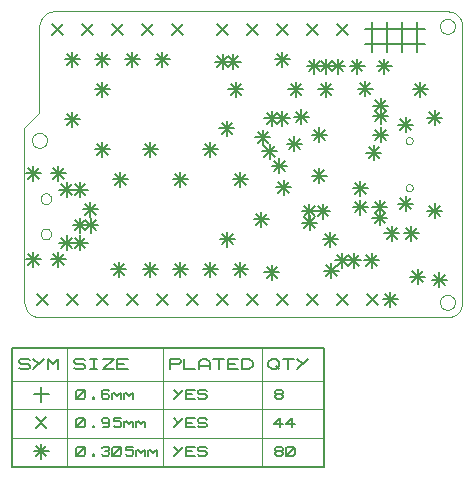
<source format=gbr>
G04 PROTEUS RS274X GERBER FILE*
%FSLAX45Y45*%
%MOMM*%
G01*
%ADD33C,0.127000*%
%ADD73C,0.025400*%
%ADD77C,0.063500*%
D33*
X+3075700Y+1541500D02*
X+3075700Y+1414500D01*
X+3012200Y+1478000D02*
X+3139200Y+1478000D01*
X+3030799Y+1522901D02*
X+3120601Y+1433099D01*
X+3030799Y+1433099D02*
X+3120601Y+1522901D01*
X+3320700Y+1601500D02*
X+3320700Y+1474500D01*
X+3257200Y+1538000D02*
X+3384200Y+1538000D01*
X+3275799Y+1582901D02*
X+3365601Y+1493099D01*
X+3275799Y+1493099D02*
X+3365601Y+1582901D01*
X+2806700Y+1304750D02*
X+2806700Y+1177750D01*
X+2743200Y+1241250D02*
X+2870200Y+1241250D01*
X+2761799Y+1286151D02*
X+2851601Y+1196349D01*
X+2761799Y+1196349D02*
X+2851601Y+1286151D01*
X+3075700Y+871500D02*
X+3075700Y+744500D01*
X+3012200Y+808000D02*
X+3139200Y+808000D01*
X+3030799Y+852901D02*
X+3120601Y+763099D01*
X+3030799Y+763099D02*
X+3120601Y+852901D01*
X+3320700Y+811500D02*
X+3320700Y+684500D01*
X+3257200Y+748000D02*
X+3384200Y+748000D01*
X+3275799Y+792901D02*
X+3365601Y+703099D01*
X+3275799Y+703099D02*
X+3365601Y+792901D01*
X+2692400Y+843300D02*
X+2692400Y+716300D01*
X+2628900Y+779800D02*
X+2755900Y+779800D01*
X+2647499Y+824701D02*
X+2737301Y+734899D01*
X+2647499Y+734899D02*
X+2737301Y+824701D01*
X+2857500Y+840300D02*
X+2857500Y+713300D01*
X+2794000Y+776800D02*
X+2921000Y+776800D01*
X+2812599Y+821701D02*
X+2902401Y+731899D01*
X+2812599Y+731899D02*
X+2902401Y+821701D01*
X+2857500Y+751400D02*
X+2857500Y+624400D01*
X+2794000Y+687900D02*
X+2921000Y+687900D01*
X+2812599Y+732801D02*
X+2902401Y+642999D01*
X+2812599Y+642999D02*
X+2902401Y+732801D01*
X+2692400Y+1003300D02*
X+2692400Y+876300D01*
X+2628900Y+939800D02*
X+2755900Y+939800D01*
X+2647499Y+984701D02*
X+2737301Y+894899D01*
X+2647499Y+894899D02*
X+2737301Y+984701D01*
X+2959100Y+620700D02*
X+2959100Y+493700D01*
X+2895600Y+557200D02*
X+3022600Y+557200D01*
X+2914199Y+602101D02*
X+3004001Y+512299D01*
X+2914199Y+512299D02*
X+3004001Y+602101D01*
X+3124200Y+620700D02*
X+3124200Y+493700D01*
X+3060700Y+557200D02*
X+3187700Y+557200D01*
X+3079299Y+602101D02*
X+3169101Y+512299D01*
X+3079299Y+512299D02*
X+3169101Y+602101D01*
X+3359150Y+227100D02*
X+3359150Y+100100D01*
X+3295650Y+163600D02*
X+3422650Y+163600D01*
X+3314249Y+208501D02*
X+3404051Y+118699D01*
X+3314249Y+118699D02*
X+3404051Y+208501D01*
X+2374800Y+809700D02*
X+2374800Y+682700D01*
X+2311300Y+746200D02*
X+2438300Y+746200D01*
X+2329899Y+791101D02*
X+2419701Y+701299D01*
X+2329899Y+701299D02*
X+2419701Y+791101D01*
X+2260500Y+809700D02*
X+2260500Y+682700D01*
X+2197000Y+746200D02*
X+2324000Y+746200D01*
X+2215599Y+791101D02*
X+2305401Y+701299D01*
X+2215599Y+701299D02*
X+2305401Y+791101D01*
X+2787650Y+393700D02*
X+2787650Y+266700D01*
X+2724150Y+330200D02*
X+2851150Y+330200D01*
X+2742749Y+375101D02*
X+2832551Y+285299D01*
X+2742749Y+285299D02*
X+2832551Y+375101D01*
X+2635250Y+393700D02*
X+2635250Y+266700D01*
X+2571750Y+330200D02*
X+2698750Y+330200D01*
X+2590349Y+375101D02*
X+2680151Y+285299D01*
X+2590349Y+285299D02*
X+2680151Y+375101D01*
X+2262075Y+712875D02*
X+2262075Y+585875D01*
X+2198575Y+649375D02*
X+2325575Y+649375D01*
X+2217174Y+694276D02*
X+2306976Y+604474D01*
X+2217174Y+604474D02*
X+2306976Y+694276D01*
X+2043000Y+1011500D02*
X+2043000Y+884500D01*
X+1979500Y+948000D02*
X+2106500Y+948000D01*
X+1998099Y+992901D02*
X+2087901Y+903099D01*
X+1998099Y+903099D02*
X+2087901Y+992901D01*
X+3177450Y+255350D02*
X+3177450Y+128350D01*
X+3113950Y+191850D02*
X+3240950Y+191850D01*
X+3132549Y+236751D02*
X+3222351Y+146949D01*
X+3132549Y+146949D02*
X+3222351Y+236751D01*
X+2444750Y+304800D02*
X+2444750Y+177800D01*
X+2381250Y+241300D02*
X+2508250Y+241300D01*
X+2399849Y+286201D02*
X+2489651Y+196399D01*
X+2399849Y+196399D02*
X+2489651Y+286201D01*
X+1564550Y+572850D02*
X+1564550Y+445850D01*
X+1501050Y+509350D02*
X+1628050Y+509350D01*
X+1519649Y+554251D02*
X+1609451Y+464449D01*
X+1519649Y+464449D02*
X+1609451Y+554251D01*
X+1562100Y+1511300D02*
X+1562100Y+1384300D01*
X+1498600Y+1447800D02*
X+1625600Y+1447800D01*
X+1517199Y+1492701D02*
X+1607001Y+1402899D01*
X+1517199Y+1402899D02*
X+1607001Y+1492701D01*
X+2005311Y+1192300D02*
X+2005311Y+1065300D01*
X+1941811Y+1128800D02*
X+2068811Y+1128800D01*
X+1960410Y+1173701D02*
X+2050212Y+1083899D01*
X+1960410Y+1083899D02*
X+2050212Y+1173701D01*
X+133800Y+1130300D02*
X+133800Y+1003300D01*
X+70300Y+1066800D02*
X+197300Y+1066800D01*
X+88899Y+1111701D02*
X+178701Y+1021899D01*
X+88899Y+1021899D02*
X+178701Y+1111701D01*
X+203800Y+990300D02*
X+203800Y+863300D01*
X+140300Y+926800D02*
X+267300Y+926800D01*
X+158899Y+971701D02*
X+248701Y+881899D01*
X+158899Y+881899D02*
X+248701Y+971701D01*
X+203800Y+540300D02*
X+203800Y+413300D01*
X+140300Y+476800D02*
X+267300Y+476800D01*
X+158899Y+521701D02*
X+248701Y+431899D01*
X+158899Y+431899D02*
X+248701Y+521701D01*
X+318100Y+540300D02*
X+318100Y+413300D01*
X+254600Y+476800D02*
X+381600Y+476800D01*
X+273199Y+521701D02*
X+363001Y+431899D01*
X+273199Y+431899D02*
X+363001Y+521701D01*
X+2540000Y+393700D02*
X+2540000Y+266700D01*
X+2476500Y+330200D02*
X+2603500Y+330200D01*
X+2495099Y+375101D02*
X+2584901Y+285299D01*
X+2495099Y+285299D02*
X+2584901Y+375101D01*
X+318100Y+690300D02*
X+318100Y+563300D01*
X+254600Y+626800D02*
X+381600Y+626800D01*
X+273199Y+671701D02*
X+363001Y+581899D01*
X+273199Y+581899D02*
X+363001Y+671701D01*
X+2863850Y+1614150D02*
X+2863850Y+1487150D01*
X+2800350Y+1550650D02*
X+2927350Y+1550650D01*
X+2818949Y+1595551D02*
X+2908751Y+1505749D01*
X+2818949Y+1505749D02*
X+2908751Y+1595551D01*
X+2133600Y+1377950D02*
X+2133600Y+1250950D01*
X+2070100Y+1314450D02*
X+2197100Y+1314450D01*
X+2088699Y+1359351D02*
X+2178501Y+1269549D01*
X+2088699Y+1269549D02*
X+2178501Y+1359351D01*
X+2343150Y+1454150D02*
X+2343150Y+1327150D01*
X+2279650Y+1390650D02*
X+2406650Y+1390650D01*
X+2298249Y+1435551D02*
X+2388051Y+1345749D01*
X+2298249Y+1345749D02*
X+2388051Y+1435551D01*
X+2190750Y+1606550D02*
X+2190750Y+1479550D01*
X+2127250Y+1543050D02*
X+2254250Y+1543050D01*
X+2145849Y+1587951D02*
X+2235651Y+1498149D01*
X+2145849Y+1498149D02*
X+2235651Y+1587951D01*
X+2664200Y+2036750D02*
X+2664200Y+1909750D01*
X+2600700Y+1973250D02*
X+2727700Y+1973250D01*
X+2619299Y+2018151D02*
X+2709101Y+1928349D01*
X+2619299Y+1928349D02*
X+2709101Y+2018151D01*
X+2499100Y+2036750D02*
X+2499100Y+1909750D01*
X+2435600Y+1973250D02*
X+2562600Y+1973250D01*
X+2454199Y+2018151D02*
X+2544001Y+1928349D01*
X+2454199Y+1928349D02*
X+2544001Y+2018151D01*
X+2403850Y+2036750D02*
X+2403850Y+1909750D01*
X+2340350Y+1973250D02*
X+2467350Y+1973250D01*
X+2358949Y+2018151D02*
X+2448751Y+1928349D01*
X+2358949Y+1928349D02*
X+2448751Y+2018151D01*
X+2032000Y+1593850D02*
X+2032000Y+1466850D01*
X+1968500Y+1530350D02*
X+2095500Y+1530350D01*
X+1987099Y+1575251D02*
X+2076901Y+1485449D01*
X+1987099Y+1485449D02*
X+2076901Y+1575251D01*
X+407000Y+690300D02*
X+407000Y+563300D01*
X+343500Y+626800D02*
X+470500Y+626800D01*
X+362099Y+671701D02*
X+451901Y+581899D01*
X+362099Y+581899D02*
X+451901Y+671701D01*
X+1524600Y+2074600D02*
X+1524600Y+1947600D01*
X+1461100Y+2011100D02*
X+1588100Y+2011100D01*
X+1479699Y+2056001D02*
X+1569501Y+1966199D01*
X+1479699Y+1966199D02*
X+1569501Y+2056001D01*
X+2892800Y+2036750D02*
X+2892800Y+1909750D01*
X+2829300Y+1973250D02*
X+2956300Y+1973250D01*
X+2847899Y+2018151D02*
X+2937701Y+1928349D01*
X+2847899Y+1928349D02*
X+2937701Y+2018151D01*
X+1613500Y+2074600D02*
X+1613500Y+1947600D01*
X+1550000Y+2011100D02*
X+1677000Y+2011100D01*
X+1568599Y+2056001D02*
X+1658401Y+1966199D01*
X+1568599Y+1966199D02*
X+1658401Y+2056001D01*
X+1943100Y+1593850D02*
X+1943100Y+1466850D01*
X+1879600Y+1530350D02*
X+2006600Y+1530350D01*
X+1898199Y+1575251D02*
X+1988001Y+1485449D01*
X+1898199Y+1485449D02*
X+1988001Y+1575251D01*
X+318100Y+990300D02*
X+318100Y+863300D01*
X+254600Y+926800D02*
X+381600Y+926800D01*
X+273199Y+971701D02*
X+363001Y+881899D01*
X+273199Y+881899D02*
X+363001Y+971701D01*
X+2863850Y+1703050D02*
X+2863850Y+1576050D01*
X+2800350Y+1639550D02*
X+2927350Y+1639550D01*
X+2818949Y+1684451D02*
X+2908751Y+1594649D01*
X+2818949Y+1594649D02*
X+2908751Y+1684451D01*
X+2302250Y+2036750D02*
X+2302250Y+1909750D01*
X+2238750Y+1973250D02*
X+2365750Y+1973250D01*
X+2257349Y+2018151D02*
X+2347151Y+1928349D01*
X+2257349Y+1928349D02*
X+2347151Y+2018151D01*
X+2400300Y+1841500D02*
X+2400300Y+1714500D01*
X+2336800Y+1778000D02*
X+2463800Y+1778000D01*
X+2355399Y+1822901D02*
X+2445201Y+1733099D01*
X+2355399Y+1733099D02*
X+2445201Y+1822901D01*
X+1924050Y+1314450D02*
X+1924050Y+1187450D01*
X+1860550Y+1250950D02*
X+1987550Y+1250950D01*
X+1879149Y+1295851D02*
X+1968951Y+1206049D01*
X+1879149Y+1206049D02*
X+1968951Y+1295851D01*
X+2146300Y+1841500D02*
X+2146300Y+1714500D01*
X+2082800Y+1778000D02*
X+2209800Y+1778000D01*
X+2101399Y+1822901D02*
X+2191201Y+1733099D01*
X+2101399Y+1733099D02*
X+2191201Y+1822901D01*
X+1638300Y+1841500D02*
X+1638300Y+1714500D01*
X+1574800Y+1778000D02*
X+1701800Y+1778000D01*
X+1593399Y+1822901D02*
X+1683201Y+1733099D01*
X+1593399Y+1733099D02*
X+1683201Y+1822901D01*
X+914400Y+1333500D02*
X+914400Y+1206500D01*
X+850900Y+1270000D02*
X+977900Y+1270000D01*
X+869499Y+1314901D02*
X+959301Y+1225099D01*
X+869499Y+1225099D02*
X+959301Y+1314901D01*
X+660400Y+1079500D02*
X+660400Y+952500D01*
X+596900Y+1016000D02*
X+723900Y+1016000D01*
X+615499Y+1060901D02*
X+705301Y+971099D01*
X+615499Y+971099D02*
X+705301Y+1060901D01*
X+406400Y+825500D02*
X+406400Y+698500D01*
X+342900Y+762000D02*
X+469900Y+762000D01*
X+361499Y+806901D02*
X+451301Y+717099D01*
X+361499Y+717099D02*
X+451301Y+806901D01*
X+133800Y+400300D02*
X+133800Y+273300D01*
X+70300Y+336800D02*
X+197300Y+336800D01*
X+88899Y+381701D02*
X+178701Y+291899D01*
X+88899Y+291899D02*
X+178701Y+381701D01*
X-76200Y+400300D02*
X-76200Y+273300D01*
X-139700Y+336800D02*
X-12700Y+336800D01*
X-121101Y+381701D02*
X-31299Y+291899D01*
X-121101Y+291899D02*
X-31299Y+381701D01*
X-76200Y+1130300D02*
X-76200Y+1003300D01*
X-139700Y+1066800D02*
X-12700Y+1066800D01*
X-121101Y+1111701D02*
X-31299Y+1021899D01*
X-121101Y+1021899D02*
X-31299Y+1111701D01*
X+1854200Y+740050D02*
X+1854200Y+613050D01*
X+1790700Y+676550D02*
X+1917700Y+676550D01*
X+1809299Y+721451D02*
X+1899101Y+631649D01*
X+1809299Y+631649D02*
X+1899101Y+721451D01*
X+1866900Y+1435100D02*
X+1866900Y+1308100D01*
X+1803400Y+1371600D02*
X+1930400Y+1371600D01*
X+1821999Y+1416501D02*
X+1911801Y+1326699D01*
X+1821999Y+1326699D02*
X+1911801Y+1416501D01*
X+1422400Y+1333500D02*
X+1422400Y+1206500D01*
X+1358900Y+1270000D02*
X+1485900Y+1270000D01*
X+1377499Y+1314901D02*
X+1467301Y+1225099D01*
X+1377499Y+1225099D02*
X+1467301Y+1314901D01*
X+1168400Y+1079500D02*
X+1168400Y+952500D01*
X+1104900Y+1016000D02*
X+1231900Y+1016000D01*
X+1123499Y+1060901D02*
X+1213301Y+971099D01*
X+1123499Y+971099D02*
X+1213301Y+1060901D01*
X+1676400Y+1079500D02*
X+1676400Y+952500D01*
X+1612900Y+1016000D02*
X+1739900Y+1016000D01*
X+1631499Y+1060901D02*
X+1721301Y+971099D01*
X+1631499Y+971099D02*
X+1721301Y+1060901D01*
X+2438400Y+571500D02*
X+2438400Y+444500D01*
X+2374900Y+508000D02*
X+2501900Y+508000D01*
X+2393499Y+552901D02*
X+2483301Y+463099D01*
X+2393499Y+463099D02*
X+2483301Y+552901D01*
X+1943100Y+292100D02*
X+1943100Y+165100D01*
X+1879600Y+228600D02*
X+2006600Y+228600D01*
X+1898199Y+273501D02*
X+1988001Y+183699D01*
X+1898199Y+183699D02*
X+1988001Y+273501D01*
X+1676400Y+317500D02*
X+1676400Y+190500D01*
X+1612900Y+254000D02*
X+1739900Y+254000D01*
X+1631499Y+298901D02*
X+1721301Y+209099D01*
X+1631499Y+209099D02*
X+1721301Y+298901D01*
X+1422400Y+317500D02*
X+1422400Y+190500D01*
X+1358900Y+254000D02*
X+1485900Y+254000D01*
X+1377499Y+298901D02*
X+1467301Y+209099D01*
X+1377499Y+209099D02*
X+1467301Y+298901D01*
X+1168400Y+317500D02*
X+1168400Y+190500D01*
X+1104900Y+254000D02*
X+1231900Y+254000D01*
X+1123499Y+298901D02*
X+1213301Y+209099D01*
X+1123499Y+209099D02*
X+1213301Y+298901D01*
X+914400Y+317500D02*
X+914400Y+190500D01*
X+850900Y+254000D02*
X+977900Y+254000D01*
X+869499Y+298901D02*
X+959301Y+209099D01*
X+869499Y+209099D02*
X+959301Y+298901D01*
X+647700Y+317500D02*
X+647700Y+190500D01*
X+584200Y+254000D02*
X+711200Y+254000D01*
X+602799Y+298901D02*
X+692601Y+209099D01*
X+602799Y+209099D02*
X+692601Y+298901D01*
X+2946400Y+63500D02*
X+2946400Y-63500D01*
X+2882900Y+0D02*
X+3009900Y+0D01*
X+2901499Y+44901D02*
X+2991301Y-44901D01*
X+2901499Y-44901D02*
X+2991301Y+44901D01*
X+2863850Y+1454150D02*
X+2863850Y+1327150D01*
X+2800350Y+1390650D02*
X+2927350Y+1390650D01*
X+2818949Y+1435551D02*
X+2908751Y+1345749D01*
X+2818949Y+1345749D02*
X+2908751Y+1435551D01*
X+2731838Y+1846512D02*
X+2731838Y+1719512D01*
X+2668338Y+1783012D02*
X+2795338Y+1783012D01*
X+2686937Y+1827913D02*
X+2776739Y+1738111D01*
X+2686937Y+1738111D02*
X+2776739Y+1827913D01*
X+2342300Y+1109000D02*
X+2342300Y+982000D01*
X+2278800Y+1045500D02*
X+2405800Y+1045500D01*
X+2297399Y+1090401D02*
X+2387201Y+1000599D01*
X+2297399Y+1000599D02*
X+2387201Y+1090401D01*
X+3200400Y+1841500D02*
X+3200400Y+1714500D01*
X+3136900Y+1778000D02*
X+3263900Y+1778000D01*
X+3155499Y+1822901D02*
X+3245301Y+1733099D01*
X+3155499Y+1733099D02*
X+3245301Y+1822901D01*
X+2032000Y+2095500D02*
X+2032000Y+1968500D01*
X+1968500Y+2032000D02*
X+2095500Y+2032000D01*
X+1987099Y+2076901D02*
X+2076901Y+1987099D01*
X+1987099Y+1987099D02*
X+2076901Y+2076901D01*
X+1016000Y+2095500D02*
X+1016000Y+1968500D01*
X+952500Y+2032000D02*
X+1079500Y+2032000D01*
X+971099Y+2076901D02*
X+1060901Y+1987099D01*
X+971099Y+1987099D02*
X+1060901Y+2076901D01*
X+254000Y+2095500D02*
X+254000Y+1968500D01*
X+190500Y+2032000D02*
X+317500Y+2032000D01*
X+209099Y+2076901D02*
X+298901Y+1987099D01*
X+209099Y+1987099D02*
X+298901Y+2076901D01*
X+508000Y+2095500D02*
X+508000Y+1968500D01*
X+444500Y+2032000D02*
X+571500Y+2032000D01*
X+463099Y+2076901D02*
X+552901Y+1987099D01*
X+463099Y+1987099D02*
X+552901Y+2076901D01*
X+762000Y+2095500D02*
X+762000Y+1968500D01*
X+698500Y+2032000D02*
X+825500Y+2032000D01*
X+717099Y+2076901D02*
X+806901Y+1987099D01*
X+717099Y+1987099D02*
X+806901Y+2076901D01*
X+254000Y+1587500D02*
X+254000Y+1460500D01*
X+190500Y+1524000D02*
X+317500Y+1524000D01*
X+209099Y+1568901D02*
X+298901Y+1479099D01*
X+209099Y+1479099D02*
X+298901Y+1568901D01*
X+508000Y+1841500D02*
X+508000Y+1714500D01*
X+444500Y+1778000D02*
X+571500Y+1778000D01*
X+463099Y+1822901D02*
X+552901Y+1733099D01*
X+463099Y+1733099D02*
X+552901Y+1822901D01*
X+508000Y+1333500D02*
X+508000Y+1206500D01*
X+444500Y+1270000D02*
X+571500Y+1270000D01*
X+463099Y+1314901D02*
X+552901Y+1225099D01*
X+463099Y+1225099D02*
X+552901Y+1314901D01*
X+2495099Y+2330901D02*
X+2584901Y+2241099D01*
X+2495099Y+2241099D02*
X+2584901Y+2330901D01*
X+2241099Y+2330901D02*
X+2330901Y+2241099D01*
X+2241099Y+2241099D02*
X+2330901Y+2330901D01*
X+1987099Y+2330901D02*
X+2076901Y+2241099D01*
X+1987099Y+2241099D02*
X+2076901Y+2330901D01*
X+1733099Y+2330901D02*
X+1822901Y+2241099D01*
X+1733099Y+2241099D02*
X+1822901Y+2330901D01*
X+1479099Y+2330901D02*
X+1568901Y+2241099D01*
X+1479099Y+2241099D02*
X+1568901Y+2330901D01*
X+1098099Y+2330901D02*
X+1187901Y+2241099D01*
X+1098099Y+2241099D02*
X+1187901Y+2330901D01*
X+844099Y+2330901D02*
X+933901Y+2241099D01*
X+844099Y+2241099D02*
X+933901Y+2330901D01*
X+590099Y+2330901D02*
X+679901Y+2241099D01*
X+590099Y+2241099D02*
X+679901Y+2330901D01*
X+336099Y+2330901D02*
X+425901Y+2241099D01*
X+336099Y+2241099D02*
X+425901Y+2330901D01*
X+82099Y+2330901D02*
X+171901Y+2241099D01*
X+82099Y+2241099D02*
X+171901Y+2330901D01*
X-44901Y+44901D02*
X+44901Y-44901D01*
X-44901Y-44901D02*
X+44901Y+44901D01*
X+209099Y+44901D02*
X+298901Y-44901D01*
X+209099Y-44901D02*
X+298901Y+44901D01*
X+463099Y+44901D02*
X+552901Y-44901D01*
X+463099Y-44901D02*
X+552901Y+44901D01*
X+717099Y+44901D02*
X+806901Y-44901D01*
X+717099Y-44901D02*
X+806901Y+44901D01*
X+971099Y+44901D02*
X+1060901Y-44901D01*
X+971099Y-44901D02*
X+1060901Y+44901D01*
X+1225099Y+44901D02*
X+1314901Y-44901D01*
X+1225099Y-44901D02*
X+1314901Y+44901D01*
X+1479099Y+44901D02*
X+1568901Y-44901D01*
X+1479099Y-44901D02*
X+1568901Y+44901D01*
X+1733099Y+44901D02*
X+1822901Y-44901D01*
X+1733099Y-44901D02*
X+1822901Y+44901D01*
X+1987099Y+44901D02*
X+2076901Y-44901D01*
X+1987099Y-44901D02*
X+2076901Y+44901D01*
X+2241099Y+44901D02*
X+2330901Y-44901D01*
X+2241099Y-44901D02*
X+2330901Y+44901D01*
X+2495099Y+44901D02*
X+2584901Y-44901D01*
X+2495099Y-44901D02*
X+2584901Y+44901D01*
X+2749099Y+44901D02*
X+2838901Y-44901D01*
X+2749099Y-44901D02*
X+2838901Y+44901D01*
X+2495099Y+2330901D02*
X+2584901Y+2241099D01*
X+2495099Y+2241099D02*
X+2584901Y+2330901D01*
X+2241099Y+2330901D02*
X+2330901Y+2241099D01*
X+2241099Y+2241099D02*
X+2330901Y+2330901D01*
X+1987099Y+2330901D02*
X+2076901Y+2241099D01*
X+1987099Y+2241099D02*
X+2076901Y+2330901D01*
X+1733099Y+2330901D02*
X+1822901Y+2241099D01*
X+1733099Y+2241099D02*
X+1822901Y+2330901D01*
X+1479099Y+2330901D02*
X+1568901Y+2241099D01*
X+1479099Y+2241099D02*
X+1568901Y+2330901D01*
X+1098099Y+2330901D02*
X+1187901Y+2241099D01*
X+1098099Y+2241099D02*
X+1187901Y+2330901D01*
X+844099Y+2330901D02*
X+933901Y+2241099D01*
X+844099Y+2241099D02*
X+933901Y+2330901D01*
X+590099Y+2330901D02*
X+679901Y+2241099D01*
X+590099Y+2241099D02*
X+679901Y+2330901D01*
X+336099Y+2330901D02*
X+425901Y+2241099D01*
X+336099Y+2241099D02*
X+425901Y+2330901D01*
X+82099Y+2330901D02*
X+171901Y+2241099D01*
X+82099Y+2241099D02*
X+171901Y+2330901D01*
X-44901Y+44901D02*
X+44901Y-44901D01*
X-44901Y-44901D02*
X+44901Y+44901D01*
X+209099Y+44901D02*
X+298901Y-44901D01*
X+209099Y-44901D02*
X+298901Y+44901D01*
X+463099Y+44901D02*
X+552901Y-44901D01*
X+463099Y-44901D02*
X+552901Y+44901D01*
X+717099Y+44901D02*
X+806901Y-44901D01*
X+717099Y-44901D02*
X+806901Y+44901D01*
X+971099Y+44901D02*
X+1060901Y-44901D01*
X+971099Y-44901D02*
X+1060901Y+44901D01*
X+1225099Y+44901D02*
X+1314901Y-44901D01*
X+1225099Y-44901D02*
X+1314901Y+44901D01*
X+1479099Y+44901D02*
X+1568901Y-44901D01*
X+1479099Y-44901D02*
X+1568901Y+44901D01*
X+1733099Y+44901D02*
X+1822901Y-44901D01*
X+1733099Y-44901D02*
X+1822901Y+44901D01*
X+1987099Y+44901D02*
X+2076901Y-44901D01*
X+1987099Y-44901D02*
X+2076901Y+44901D01*
X+2241099Y+44901D02*
X+2330901Y-44901D01*
X+2241099Y-44901D02*
X+2330901Y+44901D01*
X+2495099Y+44901D02*
X+2584901Y-44901D01*
X+2495099Y-44901D02*
X+2584901Y+44901D01*
X+2749099Y+44901D02*
X+2838901Y-44901D01*
X+2749099Y-44901D02*
X+2838901Y+44901D01*
X+2794000Y+2349500D02*
X+2794000Y+2222500D01*
X+2730500Y+2286000D02*
X+2857500Y+2286000D01*
X+2794000Y+2222500D02*
X+2794000Y+2095500D01*
X+2730500Y+2159000D02*
X+2857500Y+2159000D01*
X+2921000Y+2349500D02*
X+2921000Y+2222500D01*
X+2857500Y+2286000D02*
X+2984500Y+2286000D01*
X+2921000Y+2222500D02*
X+2921000Y+2095500D01*
X+2857500Y+2159000D02*
X+2984500Y+2159000D01*
X+3048000Y+2349500D02*
X+3048000Y+2222500D01*
X+2984500Y+2286000D02*
X+3111500Y+2286000D01*
X+3048000Y+2222500D02*
X+3048000Y+2095500D01*
X+2984500Y+2159000D02*
X+3111500Y+2159000D01*
X+3175000Y+2349500D02*
X+3175000Y+2222500D01*
X+3111500Y+2286000D02*
X+3238500Y+2286000D01*
X+3175000Y+2222500D02*
X+3175000Y+2095500D01*
X+3111500Y+2159000D02*
X+3238500Y+2159000D01*
D73*
X-152400Y-25400D02*
X-149873Y-51367D01*
X-142602Y-75381D01*
X-131052Y-96977D01*
X-115689Y-115689D01*
X-96977Y-131052D01*
X-75381Y-142602D01*
X-51367Y-149873D01*
X-25400Y-152400D01*
X+3429000Y-152400D01*
X+3454967Y-149873D01*
X+3478981Y-142602D01*
X+3500577Y-131052D01*
X+3519289Y-115689D01*
X+3534652Y-96977D01*
X+3546202Y-75381D01*
X+3553473Y-51367D01*
X+3556000Y-25400D01*
X+3556000Y+2311400D01*
X+3553473Y+2337367D01*
X+3546202Y+2361381D01*
X+3534652Y+2382977D01*
X+3519289Y+2401689D01*
X+3500577Y+2417052D01*
X+3478981Y+2428602D01*
X+3454967Y+2435873D01*
X+3429000Y+2438400D01*
X+101600Y+2438400D01*
X+75632Y+2435873D01*
X+51618Y+2428602D01*
X+30023Y+2417052D01*
X+11311Y+2401689D01*
X-4052Y+2382977D01*
X-15602Y+2361381D01*
X-22873Y+2337367D01*
X-25400Y+2311400D01*
X-25400Y+1574800D01*
X-152400Y+1447800D01*
X-152400Y-25400D01*
X+3492500Y-25400D02*
X+3492283Y-20153D01*
X+3490518Y-9658D01*
X+3486826Y+837D01*
X+3480798Y+11332D01*
X+3471576Y+21712D01*
X+3461081Y+29400D01*
X+3450586Y+34318D01*
X+3440091Y+37124D01*
X+3429596Y+38097D01*
X+3429000Y+38100D01*
X+3365500Y-25400D02*
X+3365717Y-20153D01*
X+3367482Y-9658D01*
X+3371174Y+837D01*
X+3377202Y+11332D01*
X+3386424Y+21712D01*
X+3396919Y+29400D01*
X+3407414Y+34318D01*
X+3417909Y+37124D01*
X+3428404Y+38097D01*
X+3429000Y+38100D01*
X+3365500Y-25400D02*
X+3365717Y-30647D01*
X+3367482Y-41142D01*
X+3371174Y-51637D01*
X+3377202Y-62132D01*
X+3386424Y-72512D01*
X+3396919Y-80200D01*
X+3407414Y-85118D01*
X+3417909Y-87924D01*
X+3428404Y-88897D01*
X+3429000Y-88900D01*
X+3492500Y-25400D02*
X+3492283Y-30647D01*
X+3490518Y-41142D01*
X+3486826Y-51637D01*
X+3480798Y-62132D01*
X+3471576Y-72512D01*
X+3461081Y-80200D01*
X+3450586Y-85118D01*
X+3440091Y-87924D01*
X+3429596Y-88897D01*
X+3429000Y-88900D01*
X+3492500Y+2311400D02*
X+3492283Y+2316647D01*
X+3490518Y+2327142D01*
X+3486826Y+2337637D01*
X+3480798Y+2348132D01*
X+3471576Y+2358512D01*
X+3461081Y+2366200D01*
X+3450586Y+2371118D01*
X+3440091Y+2373924D01*
X+3429596Y+2374897D01*
X+3429000Y+2374900D01*
X+3365500Y+2311400D02*
X+3365717Y+2316647D01*
X+3367482Y+2327142D01*
X+3371174Y+2337637D01*
X+3377202Y+2348132D01*
X+3386424Y+2358512D01*
X+3396919Y+2366200D01*
X+3407414Y+2371118D01*
X+3417909Y+2373924D01*
X+3428404Y+2374897D01*
X+3429000Y+2374900D01*
X+3365500Y+2311400D02*
X+3365717Y+2306153D01*
X+3367482Y+2295658D01*
X+3371174Y+2285163D01*
X+3377202Y+2274668D01*
X+3386424Y+2264288D01*
X+3396919Y+2256600D01*
X+3407414Y+2251682D01*
X+3417909Y+2248876D01*
X+3428404Y+2247903D01*
X+3429000Y+2247900D01*
X+3492500Y+2311400D02*
X+3492283Y+2306153D01*
X+3490518Y+2295658D01*
X+3486826Y+2285163D01*
X+3480798Y+2274668D01*
X+3471576Y+2264288D01*
X+3461081Y+2256600D01*
X+3450586Y+2251682D01*
X+3440091Y+2248876D01*
X+3429596Y+2247903D01*
X+3429000Y+2247900D01*
X+38100Y+1346200D02*
X+37883Y+1351447D01*
X+36118Y+1361942D01*
X+32426Y+1372437D01*
X+26398Y+1382932D01*
X+17176Y+1393312D01*
X+6681Y+1401000D01*
X-3814Y+1405918D01*
X-14309Y+1408724D01*
X-24804Y+1409697D01*
X-25400Y+1409700D01*
X-88900Y+1346200D02*
X-88683Y+1351447D01*
X-86918Y+1361942D01*
X-83226Y+1372437D01*
X-77198Y+1382932D01*
X-67976Y+1393312D01*
X-57481Y+1401000D01*
X-46986Y+1405918D01*
X-36491Y+1408724D01*
X-25996Y+1409697D01*
X-25400Y+1409700D01*
X-88900Y+1346200D02*
X-88683Y+1340953D01*
X-86918Y+1330458D01*
X-83226Y+1319963D01*
X-77198Y+1309468D01*
X-67976Y+1299088D01*
X-57481Y+1291400D01*
X-46986Y+1286482D01*
X-36491Y+1283676D01*
X-25996Y+1282703D01*
X-25400Y+1282700D01*
X+38100Y+1346200D02*
X+37883Y+1340953D01*
X+36118Y+1330458D01*
X+32426Y+1319963D01*
X+26398Y+1309468D01*
X+17176Y+1299088D01*
X+6681Y+1291400D01*
X-3814Y+1286482D01*
X-14309Y+1283676D01*
X-24804Y+1282703D01*
X-25400Y+1282700D01*
X+3135700Y+943000D02*
X+3135597Y+945489D01*
X+3134755Y+950469D01*
X+3132995Y+955449D01*
X+3130118Y+960429D01*
X+3125717Y+965345D01*
X+3120737Y+968959D01*
X+3115757Y+971264D01*
X+3110777Y+972567D01*
X+3105797Y+973000D01*
X+3105700Y+973000D01*
X+3075700Y+943000D02*
X+3075803Y+945489D01*
X+3076645Y+950469D01*
X+3078405Y+955449D01*
X+3081282Y+960429D01*
X+3085683Y+965345D01*
X+3090663Y+968959D01*
X+3095643Y+971264D01*
X+3100623Y+972567D01*
X+3105603Y+973000D01*
X+3105700Y+973000D01*
X+3075700Y+943000D02*
X+3075803Y+940511D01*
X+3076645Y+935531D01*
X+3078405Y+930551D01*
X+3081282Y+925571D01*
X+3085683Y+920655D01*
X+3090663Y+917041D01*
X+3095643Y+914736D01*
X+3100623Y+913433D01*
X+3105603Y+913000D01*
X+3105700Y+913000D01*
X+3135700Y+943000D02*
X+3135597Y+940511D01*
X+3134755Y+935531D01*
X+3132995Y+930551D01*
X+3130118Y+925571D01*
X+3125717Y+920655D01*
X+3120737Y+917041D01*
X+3115757Y+914736D01*
X+3110777Y+913433D01*
X+3105797Y+913000D01*
X+3105700Y+913000D01*
X+3135700Y+1343000D02*
X+3135597Y+1345489D01*
X+3134755Y+1350469D01*
X+3132995Y+1355449D01*
X+3130118Y+1360429D01*
X+3125717Y+1365345D01*
X+3120737Y+1368959D01*
X+3115757Y+1371264D01*
X+3110777Y+1372567D01*
X+3105797Y+1373000D01*
X+3105700Y+1373000D01*
X+3075700Y+1343000D02*
X+3075803Y+1345489D01*
X+3076645Y+1350469D01*
X+3078405Y+1355449D01*
X+3081282Y+1360429D01*
X+3085683Y+1365345D01*
X+3090663Y+1368959D01*
X+3095643Y+1371264D01*
X+3100623Y+1372567D01*
X+3105603Y+1373000D01*
X+3105700Y+1373000D01*
X+3075700Y+1343000D02*
X+3075803Y+1340511D01*
X+3076645Y+1335531D01*
X+3078405Y+1330551D01*
X+3081282Y+1325571D01*
X+3085683Y+1320655D01*
X+3090663Y+1317041D01*
X+3095643Y+1314736D01*
X+3100623Y+1313433D01*
X+3105603Y+1313000D01*
X+3105700Y+1313000D01*
X+3135700Y+1343000D02*
X+3135597Y+1340511D01*
X+3134755Y+1335531D01*
X+3132995Y+1330551D01*
X+3130118Y+1325571D01*
X+3125717Y+1320655D01*
X+3120737Y+1317041D01*
X+3115757Y+1314736D01*
X+3110777Y+1313433D01*
X+3105797Y+1313000D01*
X+3105700Y+1313000D01*
X+73800Y+551800D02*
X+73645Y+555527D01*
X+72389Y+562982D01*
X+69759Y+570437D01*
X+65463Y+577892D01*
X+58893Y+585258D01*
X+51438Y+590691D01*
X+43983Y+594161D01*
X+36528Y+596131D01*
X+29073Y+596799D01*
X+28800Y+596800D01*
X-16200Y+551800D02*
X-16045Y+555527D01*
X-14789Y+562982D01*
X-12159Y+570437D01*
X-7863Y+577892D01*
X-1293Y+585258D01*
X+6162Y+590691D01*
X+13617Y+594161D01*
X+21072Y+596131D01*
X+28527Y+596799D01*
X+28800Y+596800D01*
X-16200Y+551800D02*
X-16045Y+548073D01*
X-14789Y+540618D01*
X-12159Y+533163D01*
X-7863Y+525708D01*
X-1293Y+518342D01*
X+6162Y+512909D01*
X+13617Y+509439D01*
X+21072Y+507469D01*
X+28527Y+506801D01*
X+28800Y+506800D01*
X+73800Y+551800D02*
X+73645Y+548073D01*
X+72389Y+540618D01*
X+69759Y+533163D01*
X+65463Y+525708D01*
X+58893Y+518342D01*
X+51438Y+512909D01*
X+43983Y+509439D01*
X+36528Y+507469D01*
X+29073Y+506801D01*
X+28800Y+506800D01*
X+73800Y+851800D02*
X+73645Y+855527D01*
X+72389Y+862982D01*
X+69759Y+870437D01*
X+65463Y+877892D01*
X+58893Y+885258D01*
X+51438Y+890691D01*
X+43983Y+894161D01*
X+36528Y+896131D01*
X+29073Y+896799D01*
X+28800Y+896800D01*
X-16200Y+851800D02*
X-16045Y+855527D01*
X-14789Y+862982D01*
X-12159Y+870437D01*
X-7863Y+877892D01*
X-1293Y+885258D01*
X+6162Y+890691D01*
X+13617Y+894161D01*
X+21072Y+896131D01*
X+28527Y+896799D01*
X+28800Y+896800D01*
X-16200Y+851800D02*
X-16045Y+848073D01*
X-14789Y+840618D01*
X-12159Y+833163D01*
X-7863Y+825708D01*
X-1293Y+818342D01*
X+6162Y+812909D01*
X+13617Y+809439D01*
X+21072Y+807469D01*
X+28527Y+806801D01*
X+28800Y+806800D01*
X+73800Y+851800D02*
X+73645Y+848073D01*
X+72389Y+840618D01*
X+69759Y+833163D01*
X+65463Y+825708D01*
X+58893Y+818342D01*
X+51438Y+812909D01*
X+43983Y+809439D01*
X+36528Y+807469D01*
X+29073Y+806801D01*
X+28800Y+806800D01*
D33*
X-257550Y-1419225D02*
X+2386590Y-1419225D01*
X+2386590Y-415925D01*
X-257550Y-415925D01*
X-257550Y-1419225D01*
D77*
X+209812Y-415925D02*
X+209812Y-1419225D01*
X+1022612Y-415925D02*
X+1022612Y-1419225D01*
X+1855732Y-415925D02*
X+1855732Y-1419225D01*
X-257550Y-688975D02*
X+2386590Y-688975D01*
X-257550Y-930275D02*
X+2386590Y-930275D01*
X-257550Y-1171575D02*
X+2386590Y-1171575D01*
D33*
X-200400Y-579755D02*
X-185160Y-594995D01*
X-124200Y-594995D01*
X-108960Y-579755D01*
X-108960Y-564515D01*
X-124200Y-549275D01*
X-185160Y-549275D01*
X-200400Y-534035D01*
X-200400Y-518795D01*
X-185160Y-503555D01*
X-124200Y-503555D01*
X-108960Y-518795D01*
X+12960Y-503555D02*
X-78480Y-594995D01*
X-78480Y-503555D02*
X-32760Y-549275D01*
X+43440Y-594995D02*
X+43440Y-503555D01*
X+89160Y-549275D01*
X+134880Y-503555D01*
X+134880Y-594995D01*
X+266960Y-579755D02*
X+282200Y-594995D01*
X+343160Y-594995D01*
X+358400Y-579755D01*
X+358400Y-564515D01*
X+343160Y-549275D01*
X+282200Y-549275D01*
X+266960Y-534035D01*
X+266960Y-518795D01*
X+282200Y-503555D01*
X+343160Y-503555D01*
X+358400Y-518795D01*
X+404120Y-503555D02*
X+465080Y-503555D01*
X+434600Y-503555D02*
X+434600Y-594995D01*
X+404120Y-594995D02*
X+465080Y-594995D01*
X+510800Y-503555D02*
X+602240Y-503555D01*
X+510800Y-594995D01*
X+602240Y-594995D01*
X+724160Y-594995D02*
X+632720Y-594995D01*
X+632720Y-503555D01*
X+724160Y-503555D01*
X+632720Y-549275D02*
X+693680Y-549275D01*
X+1079760Y-594995D02*
X+1079760Y-503555D01*
X+1155960Y-503555D01*
X+1171200Y-518795D01*
X+1171200Y-534035D01*
X+1155960Y-549275D01*
X+1079760Y-549275D01*
X+1201680Y-503555D02*
X+1201680Y-594995D01*
X+1293120Y-594995D01*
X+1323600Y-594995D02*
X+1323600Y-534035D01*
X+1354080Y-503555D01*
X+1384560Y-503555D01*
X+1415040Y-534035D01*
X+1415040Y-594995D01*
X+1323600Y-564515D02*
X+1415040Y-564515D01*
X+1445520Y-503555D02*
X+1536960Y-503555D01*
X+1491240Y-503555D02*
X+1491240Y-594995D01*
X+1658880Y-594995D02*
X+1567440Y-594995D01*
X+1567440Y-503555D01*
X+1658880Y-503555D01*
X+1567440Y-549275D02*
X+1628400Y-549275D01*
X+1689360Y-594995D02*
X+1689360Y-503555D01*
X+1750320Y-503555D01*
X+1780800Y-534035D01*
X+1780800Y-564515D01*
X+1750320Y-594995D01*
X+1689360Y-594995D01*
X+1912880Y-534035D02*
X+1943360Y-503555D01*
X+1973840Y-503555D01*
X+2004320Y-534035D01*
X+2004320Y-564515D01*
X+1973840Y-594995D01*
X+1943360Y-594995D01*
X+1912880Y-564515D01*
X+1912880Y-534035D01*
X+1973840Y-564515D02*
X+2004320Y-594995D01*
X+2034800Y-503555D02*
X+2126240Y-503555D01*
X+2080520Y-503555D02*
X+2080520Y-594995D01*
X+2248160Y-503555D02*
X+2156720Y-594995D01*
X+2156720Y-503555D02*
X+2202440Y-549275D01*
X-11170Y-739775D02*
X-11170Y-866775D01*
X-74670Y-803275D02*
X+52330Y-803275D01*
X+286010Y-828675D02*
X+286010Y-777875D01*
X+298710Y-765175D01*
X+349510Y-765175D01*
X+362210Y-777875D01*
X+362210Y-828675D01*
X+349510Y-841375D01*
X+298710Y-841375D01*
X+286010Y-828675D01*
X+286010Y-841375D02*
X+362210Y-765175D01*
X+425710Y-828675D02*
X+438410Y-828675D01*
X+438410Y-841375D01*
X+425710Y-841375D01*
X+425710Y-828675D01*
X+565410Y-777875D02*
X+552710Y-765175D01*
X+514610Y-765175D01*
X+501910Y-777875D01*
X+501910Y-828675D01*
X+514610Y-841375D01*
X+552710Y-841375D01*
X+565410Y-828675D01*
X+565410Y-815975D01*
X+552710Y-803275D01*
X+501910Y-803275D01*
X+590810Y-841375D02*
X+590810Y-790575D01*
X+590810Y-803275D02*
X+603510Y-790575D01*
X+628910Y-815975D01*
X+654310Y-790575D01*
X+667010Y-803275D01*
X+667010Y-841375D01*
X+692410Y-841375D02*
X+692410Y-790575D01*
X+692410Y-803275D02*
X+705110Y-790575D01*
X+730510Y-815975D01*
X+755910Y-790575D01*
X+768610Y-803275D01*
X+768610Y-841375D01*
X+1187710Y-765175D02*
X+1111510Y-841375D01*
X+1111510Y-765175D02*
X+1149610Y-803275D01*
X+1289310Y-841375D02*
X+1213110Y-841375D01*
X+1213110Y-765175D01*
X+1289310Y-765175D01*
X+1213110Y-803275D02*
X+1263910Y-803275D01*
X+1314710Y-828675D02*
X+1327410Y-841375D01*
X+1378210Y-841375D01*
X+1390910Y-828675D01*
X+1390910Y-815975D01*
X+1378210Y-803275D01*
X+1327410Y-803275D01*
X+1314710Y-790575D01*
X+1314710Y-777875D01*
X+1327410Y-765175D01*
X+1378210Y-765175D01*
X+1390910Y-777875D01*
X+1982730Y-803275D02*
X+1970030Y-790575D01*
X+1970030Y-777875D01*
X+1982730Y-765175D01*
X+2020830Y-765175D01*
X+2033530Y-777875D01*
X+2033530Y-790575D01*
X+2020830Y-803275D01*
X+1982730Y-803275D01*
X+1970030Y-815975D01*
X+1970030Y-828675D01*
X+1982730Y-841375D01*
X+2020830Y-841375D01*
X+2033530Y-828675D01*
X+2033530Y-815975D01*
X+2020830Y-803275D01*
X-56071Y-999674D02*
X+33731Y-1089476D01*
X-56071Y-1089476D02*
X+33731Y-999674D01*
X+286010Y-1069975D02*
X+286010Y-1019175D01*
X+298710Y-1006475D01*
X+349510Y-1006475D01*
X+362210Y-1019175D01*
X+362210Y-1069975D01*
X+349510Y-1082675D01*
X+298710Y-1082675D01*
X+286010Y-1069975D01*
X+286010Y-1082675D02*
X+362210Y-1006475D01*
X+425710Y-1069975D02*
X+438410Y-1069975D01*
X+438410Y-1082675D01*
X+425710Y-1082675D01*
X+425710Y-1069975D01*
X+565410Y-1031875D02*
X+552710Y-1044575D01*
X+514610Y-1044575D01*
X+501910Y-1031875D01*
X+501910Y-1019175D01*
X+514610Y-1006475D01*
X+552710Y-1006475D01*
X+565410Y-1019175D01*
X+565410Y-1069975D01*
X+552710Y-1082675D01*
X+514610Y-1082675D01*
X+667010Y-1006475D02*
X+603510Y-1006475D01*
X+603510Y-1031875D01*
X+654310Y-1031875D01*
X+667010Y-1044575D01*
X+667010Y-1069975D01*
X+654310Y-1082675D01*
X+616210Y-1082675D01*
X+603510Y-1069975D01*
X+692410Y-1082675D02*
X+692410Y-1031875D01*
X+692410Y-1044575D02*
X+705110Y-1031875D01*
X+730510Y-1057275D01*
X+755910Y-1031875D01*
X+768610Y-1044575D01*
X+768610Y-1082675D01*
X+794010Y-1082675D02*
X+794010Y-1031875D01*
X+794010Y-1044575D02*
X+806710Y-1031875D01*
X+832110Y-1057275D01*
X+857510Y-1031875D01*
X+870210Y-1044575D01*
X+870210Y-1082675D01*
X+1187710Y-1006475D02*
X+1111510Y-1082675D01*
X+1111510Y-1006475D02*
X+1149610Y-1044575D01*
X+1289310Y-1082675D02*
X+1213110Y-1082675D01*
X+1213110Y-1006475D01*
X+1289310Y-1006475D01*
X+1213110Y-1044575D02*
X+1263910Y-1044575D01*
X+1314710Y-1069975D02*
X+1327410Y-1082675D01*
X+1378210Y-1082675D01*
X+1390910Y-1069975D01*
X+1390910Y-1057275D01*
X+1378210Y-1044575D01*
X+1327410Y-1044575D01*
X+1314710Y-1031875D01*
X+1314710Y-1019175D01*
X+1327410Y-1006475D01*
X+1378210Y-1006475D01*
X+1390910Y-1019175D01*
X+2033530Y-1057275D02*
X+1957330Y-1057275D01*
X+2008130Y-1006475D01*
X+2008130Y-1082675D01*
X+2135130Y-1057275D02*
X+2058930Y-1057275D01*
X+2109730Y-1006475D01*
X+2109730Y-1082675D01*
X-11170Y-1222375D02*
X-11170Y-1349375D01*
X-74670Y-1285875D02*
X+52330Y-1285875D01*
X-56071Y-1240974D02*
X+33731Y-1330776D01*
X-56071Y-1330776D02*
X+33731Y-1240974D01*
X+286010Y-1311275D02*
X+286010Y-1260475D01*
X+298710Y-1247775D01*
X+349510Y-1247775D01*
X+362210Y-1260475D01*
X+362210Y-1311275D01*
X+349510Y-1323975D01*
X+298710Y-1323975D01*
X+286010Y-1311275D01*
X+286010Y-1323975D02*
X+362210Y-1247775D01*
X+425710Y-1311275D02*
X+438410Y-1311275D01*
X+438410Y-1323975D01*
X+425710Y-1323975D01*
X+425710Y-1311275D01*
X+501910Y-1260475D02*
X+514610Y-1247775D01*
X+552710Y-1247775D01*
X+565410Y-1260475D01*
X+565410Y-1273175D01*
X+552710Y-1285875D01*
X+565410Y-1298575D01*
X+565410Y-1311275D01*
X+552710Y-1323975D01*
X+514610Y-1323975D01*
X+501910Y-1311275D01*
X+527310Y-1285875D02*
X+552710Y-1285875D01*
X+590810Y-1311275D02*
X+590810Y-1260475D01*
X+603510Y-1247775D01*
X+654310Y-1247775D01*
X+667010Y-1260475D01*
X+667010Y-1311275D01*
X+654310Y-1323975D01*
X+603510Y-1323975D01*
X+590810Y-1311275D01*
X+590810Y-1323975D02*
X+667010Y-1247775D01*
X+768610Y-1247775D02*
X+705110Y-1247775D01*
X+705110Y-1273175D01*
X+755910Y-1273175D01*
X+768610Y-1285875D01*
X+768610Y-1311275D01*
X+755910Y-1323975D01*
X+717810Y-1323975D01*
X+705110Y-1311275D01*
X+794010Y-1323975D02*
X+794010Y-1273175D01*
X+794010Y-1285875D02*
X+806710Y-1273175D01*
X+832110Y-1298575D01*
X+857510Y-1273175D01*
X+870210Y-1285875D01*
X+870210Y-1323975D01*
X+895610Y-1323975D02*
X+895610Y-1273175D01*
X+895610Y-1285875D02*
X+908310Y-1273175D01*
X+933710Y-1298575D01*
X+959110Y-1273175D01*
X+971810Y-1285875D01*
X+971810Y-1323975D01*
X+1187710Y-1247775D02*
X+1111510Y-1323975D01*
X+1111510Y-1247775D02*
X+1149610Y-1285875D01*
X+1289310Y-1323975D02*
X+1213110Y-1323975D01*
X+1213110Y-1247775D01*
X+1289310Y-1247775D01*
X+1213110Y-1285875D02*
X+1263910Y-1285875D01*
X+1314710Y-1311275D02*
X+1327410Y-1323975D01*
X+1378210Y-1323975D01*
X+1390910Y-1311275D01*
X+1390910Y-1298575D01*
X+1378210Y-1285875D01*
X+1327410Y-1285875D01*
X+1314710Y-1273175D01*
X+1314710Y-1260475D01*
X+1327410Y-1247775D01*
X+1378210Y-1247775D01*
X+1390910Y-1260475D01*
X+1982730Y-1285875D02*
X+1970030Y-1273175D01*
X+1970030Y-1260475D01*
X+1982730Y-1247775D01*
X+2020830Y-1247775D01*
X+2033530Y-1260475D01*
X+2033530Y-1273175D01*
X+2020830Y-1285875D01*
X+1982730Y-1285875D01*
X+1970030Y-1298575D01*
X+1970030Y-1311275D01*
X+1982730Y-1323975D01*
X+2020830Y-1323975D01*
X+2033530Y-1311275D01*
X+2033530Y-1298575D01*
X+2020830Y-1285875D01*
X+2058930Y-1311275D02*
X+2058930Y-1260475D01*
X+2071630Y-1247775D01*
X+2122430Y-1247775D01*
X+2135130Y-1260475D01*
X+2135130Y-1311275D01*
X+2122430Y-1323975D01*
X+2071630Y-1323975D01*
X+2058930Y-1311275D01*
X+2058930Y-1323975D02*
X+2135130Y-1247775D01*
M02*

</source>
